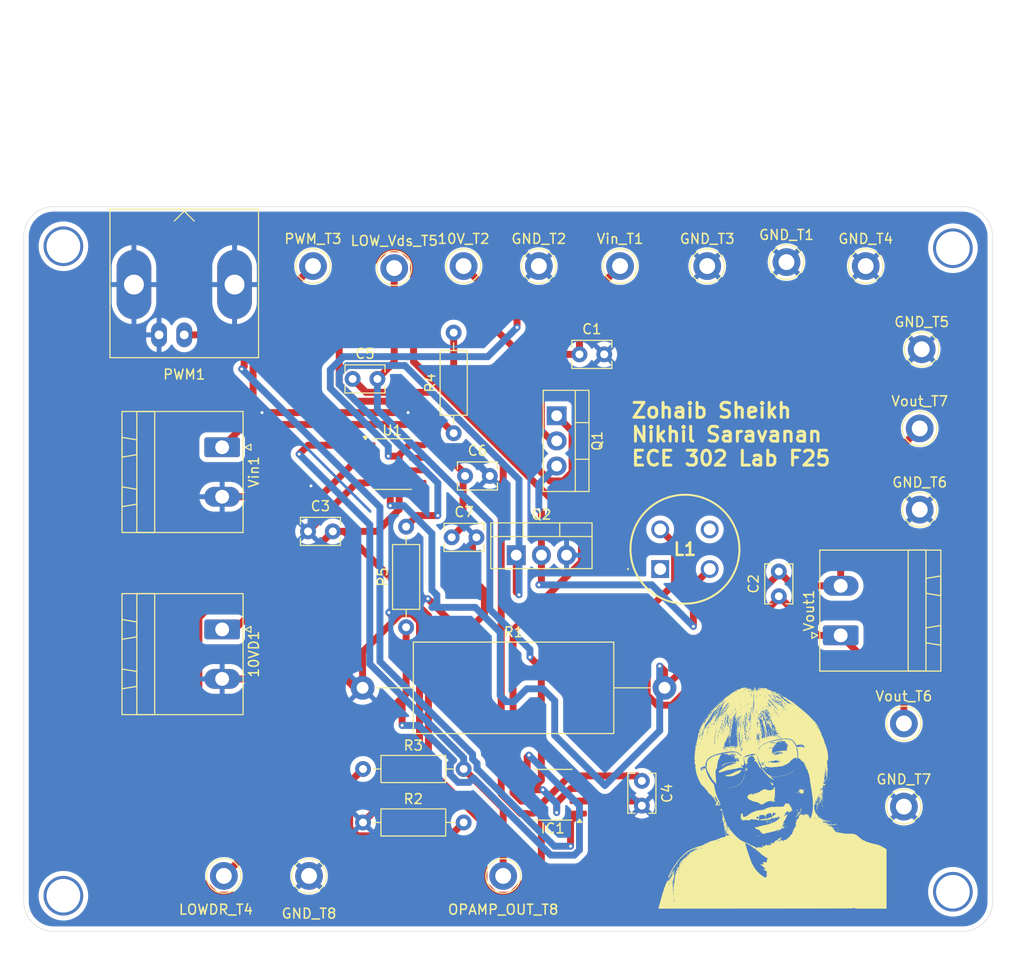
<source format=kicad_pcb>
(kicad_pcb (version 20241229) (generator "pcbnew") (generator_version "9.0")
  (layers (0 "F.Cu" signal) (2 "B.Cu" signal) (13 "F.Paste" user) (15 "B.Paste" user) (5 "F.SilkS" user "F.Silkscreen") (7 "B.SilkS" user "B.Silkscreen") (1 "F.Mask" user) (3 "B.Mask" user) (25 "Edge.Cuts" user))
  (net 0 "")
  (net 1 "GND")
  (net 2 "10V")
  (net 3 "Vin+")
  (net 4 "Vout+")
  (net 5 "Vout-")
  (net 6 "BOOT")
  (net 7 "SW")
  (net 8 "PWM")
  (net 9 "HIGHDR")
  (net 10 "LOWDR")
  (net 11 "5W")
  (net 14 "OPAMP_OUT")
  (net 15 "Net-(Q1-G)")
  (net 16 "Net-(Q2-G)")
  (net 17 "Net-(U1A--)")
  (footprint "Resistor_THT:R_Axial_DIN0207_L6.3mm_D2.5mm_P10.16mm_Horizontal" (layer "F.Cu") (at 60.85 109.6)
    (property "Reference" "R3" (at 5.08 -2.37 0) (layer "F.SilkS"))
    (property "Value" "20k")
    (pad "1" thru_hole circle (at 0 0) (size 1.6 1.6) (drill 0.8) (layers "*.Cu" "*.Mask") (net 17 "Net-(U1A--)"))
    (pad "2" thru_hole circle (at 10.16 0) (size 1.6 1.6) (drill 0.8) (layers "*.Cu" "*.Mask") (net 14 "OPAMP_OUT"))
  )
  (footprint "Connector_Phoenix_MSTB:PhoenixContact_MSTBA_2,5_2-G_1x02_P5.00mm_Horizontal" (layer "F.Cu") (at 46.6275 77.1 -90)
    (property "Reference" "Vin1" (at 2.5 -3.2 90) (layer "F.SilkS"))
    (property "Value" "Screw_Terminal_01x02")
    (pad "1" thru_hole roundrect (at 0 0 270) (size 2 3.6) (drill 1.4) (layers "*.Cu" "*.Mask") (roundrect_rratio 0.125) (net 3 "Vin+"))
    (pad "2" thru_hole oval (at 5 0 270) (size 2 3.6) (drill 1.4) (layers "*.Cu" "*.Mask") (net 1 "GND"))
  )
  (footprint "Capacitor_THT:C_Disc_D3.8mm_W2.6mm_P2.50mm" (layer "F.Cu") (at 102.8275 92.15 90)
    (property "Reference" "C2" (at 1.25 -2.55 90) (layer "F.SilkS"))
    (property "Value" "1u")
    (pad "1" thru_hole circle (at 0 0 90) (size 1.6 1.6) (drill 0.8) (layers "*.Cu" "*.Mask") (net 4 "Vout+"))
    (pad "2" thru_hole circle (at 2.5 0 90) (size 1.6 1.6) (drill 0.8) (layers "*.Cu" "*.Mask") (net 5 "Vout-"))
  )
  (footprint "Capacitor_THT:C_Disc_D3.8mm_W2.6mm_P2.50mm" (layer "F.Cu") (at 59.8 70.2)
    (property "Reference" "C5" (at 1.25 -2.55 0) (layer "F.SilkS"))
    (property "Value" "1u")
    (pad "1" thru_hole circle (at 0 0) (size 1.6 1.6) (drill 0.8) (layers "*.Cu" "*.Mask") (net 6 "BOOT"))
    (pad "2" thru_hole circle (at 2.5 0) (size 1.6 1.6) (drill 0.8) (layers "*.Cu" "*.Mask") (net 7 "SW"))
  )
  (footprint "Capacitor_THT:C_Disc_D3.8mm_W2.6mm_P2.50mm" (layer "F.Cu") (at 89 110.8 -90)
    (property "Reference" "C4" (at 1.25 -2.55 90) (layer "F.SilkS"))
    (property "Value" "1u")
    (pad "1" thru_hole circle (at 0 0 270) (size 1.6 1.6) (drill 0.8) (layers "*.Cu" "*.Mask") (net 2 "10V"))
    (pad "2" thru_hole circle (at 2.5 0 270) (size 1.6 1.6) (drill 0.8) (layers "*.Cu" "*.Mask") (net 1 "GND"))
  )
  (footprint "TestPoint:TestPoint_Keystone_5010-5014_Multipurpose" (layer "F.Cu") (at 117.05 83.4)
    (property "Reference" "GND_T6" (at 0 -2.75 0) (layer "F.SilkS"))
    (property "Value" "TestPoint")
    (pad "1" thru_hole circle (at 0 0) (size 2.8 2.8) (drill 1.6) (layers "*.Cu" "*.Mask") (net 1 "GND"))
  )
  (footprint "TestPoint:TestPoint_Keystone_5010-5014_Multipurpose" (layer "F.Cu") (at 55.8 58.8)
    (property "Reference" "PWM_T3" (at 0 -2.75 0) (layer "F.SilkS"))
    (property "Value" "TestPoint")
    (pad "1" thru_hole circle (at 0 0) (size 2.8 2.8) (drill 1.6) (layers "*.Cu" "*.Mask") (net 8 "PWM"))
  )
  (footprint "Connector_Phoenix_MSTB:PhoenixContact_MSTBA_2,5_2-G_1x02_P5.00mm_Horizontal" (layer "F.Cu") (at 109.0725 96.1 90)
    (property "Reference" "Vout1" (at 2.5 -3.2 90) (layer "F.SilkS"))
    (property "Value" "Screw_Terminal_01x02")
    (pad "1" thru_hole roundrect (at 0 0 90) (size 2 3.6) (drill 1.4) (layers "*.Cu" "*.Mask") (roundrect_rratio 0.125) (net 4 "Vout+"))
    (pad "2" thru_hole oval (at 5 0 90) (size 2 3.6) (drill 1.4) (layers "*.Cu" "*.Mask") (net 5 "Vout-"))
  )
  (footprint "TestPoint:TestPoint_Keystone_5010-5014_Multipurpose" (layer "F.Cu") (at 75 120.4)
    (property "Reference" "OPAMP_OUT_T8" (at 0 3.4 0) (layer "F.SilkS"))
    (property "Value" "TestPoint")
    (pad "1" thru_hole circle (at 0 0) (size 2.8 2.8) (drill 1.6) (layers "*.Cu" "*.Mask") (net 14 "OPAMP_OUT"))
  )
  (footprint "TestPoint:TestPoint_Keystone_5010-5014_Multipurpose" (layer "F.Cu") (at 115.45 113.4)
    (property "Reference" "GND_T7" (at 0 -2.75 0) (layer "F.SilkS"))
    (property "Value" "TestPoint")
    (pad "1" thru_hole circle (at 0 0) (size 2.8 2.8) (drill 1.6) (layers "*.Cu" "*.Mask") (net 1 "GND"))
  )
  (footprint "Resistor_THT:R_Axial_DIN0922_L20.0mm_D9.0mm_P30.48mm_Horizontal" (layer "F.Cu") (at 60.805 101.4)
    (property "Reference" "R1" (at 15.24 -5.62 0) (layer "F.SilkS"))
    (property "Value" "0.5")
    (pad "1" thru_hole circle (at 0 0) (size 2.4 2.4) (drill 1.2) (layers "*.Cu" "*.Mask") (net 1 "GND"))
    (pad "2" thru_hole circle (at 30.48 0) (size 2.4 2.4) (drill 1.2) (layers "*.Cu" "*.Mask") (net 5 "Vout-"))
  )
  (footprint "TestPoint:TestPoint_Keystone_5010-5014_Multipurpose" (layer "F.Cu") (at 103.6 58.4)
    (property "Reference" "GND_T1" (at 0 -2.75 0) (layer "F.SilkS"))
    (property "Value" "TestPoint")
    (pad "1" thru_hole circle (at 0 0) (size 2.8 2.8) (drill 1.6) (layers "*.Cu" "*.Mask") (net 1 "GND"))
  )
  (footprint "Capacitor_THT:C_Disc_D3.8mm_W2.6mm_P2.50mm" (layer "F.Cu") (at 82.7 67.72)
    (property "Reference" "C1" (at 1.25 -2.55 0) (layer "F.SilkS"))
    (property "Value" "10u")
    (pad "1" thru_hole circle (at 0 0) (size 1.6 1.6) (drill 0.8) (layers "*.Cu" "*.Mask") (net 3 "Vin+"))
    (pad "2" thru_hole circle (at 2.5 0) (size 1.6 1.6) (drill 0.8) (layers "*.Cu" "*.Mask") (net 1 "GND"))
  )
  (footprint "Connector_Phoenix_MSTB:PhoenixContact_MSTBA_2,5_2-G_1x02_P5.00mm_Horizontal" (layer "F.Cu") (at 46.6275 95.5 -90)
    (property "Reference" "10VD1" (at 2.5 -3.2 90) (layer "F.SilkS"))
    (property "Value" "Screw_Terminal_01x02")
    (pad "1" thru_hole roundrect (at 0 0 270) (size 2 3.6) (drill 1.4) (layers "*.Cu" "*.Mask") (roundrect_rratio 0.125) (net 2 "10V"))
    (pad "2" thru_hole oval (at 5 0 270) (size 2 3.6) (drill 1.4) (layers "*.Cu" "*.Mask") (net 1 "GND"))
  )
  (footprint "Package_SO:SO-8_3.9x4.9mm_P1.27mm" (layer "F.Cu") (at 63.8 78.8)
    (property "Reference" "U1" (at 0 -3.4 0) (layer "F.SilkS"))
    (property "Value" "TLV2372")
    (pad "1" smd roundrect (at -2.575 -1.905) (size 1.75 0.6) (layers "F.Cu" "F.Mask" "F.Paste") (net 14 "OPAMP_OUT"))
    (pad "2" smd roundrect (at -2.575 -0.635) (size 1.75 0.6) (layers "F.Cu" "F.Mask" "F.Paste") (net 17 "Net-(U1A--)"))
    (pad "3" smd roundrect (at -2.575 0.635) (size 1.75 0.6) (layers "F.Cu" "F.Mask" "F.Paste") (net 5 "Vout-"))
    (pad "4" smd roundrect (at -2.575 1.905) (size 1.75 0.6) (layers "F.Cu" "F.Mask" "F.Paste") (net 1 "GND"))
    (pad "5" smd roundrect (at 2.575 1.905) (size 1.75 0.6) (layers "F.Cu" "F.Mask" "F.Paste"))
    (pad "6" smd roundrect (at 2.575 0.635) (size 1.75 0.6) (layers "F.Cu" "F.Mask" "F.Paste"))
    (pad "7" smd roundrect (at 2.575 -0.635) (size 1.75 0.6) (layers "F.Cu" "F.Mask" "F.Paste"))
    (pad "8" smd roundrect (at 2.575 -1.905) (size 1.75 0.6) (layers "F.Cu" "F.Mask" "F.Paste") (net 2 "10V"))
  )
  (footprint "TestPoint:TestPoint_Keystone_5010-5014_Multipurpose" (layer "F.Cu") (at 111.6 58.8)
    (property "Reference" "GND_T4" (at 0 -2.75 0) (layer "F.SilkS"))
    (property "Value" "TestPoint")
    (pad "1" thru_hole circle (at 0 0) (size 2.8 2.8) (drill 1.6) (layers "*.Cu" "*.Mask") (net 1 "GND"))
  )
  (footprint "Graphics:TA" (layer "F.Cu") (at 101.2 110.9)
    (property "Reference" "G***" (hide yes))
    (property "Value" "LOGO" (hide yes))
  )
  (footprint "Capacitor_THT:C_Disc_D3.8mm_W2.6mm_P2.50mm" (layer "F.Cu") (at 55.3 85.6)
    (property "Reference" "C3" (at 1.25 -2.55 0) (layer "F.SilkS"))
    (property "Value" "1u")
    (pad "1" thru_hole circle (at 0 0) (size 1.6 1.6) (drill 0.8) (layers "*.Cu" "*.Mask") (net 1 "GND"))
    (pad "2" thru_hole circle (at 2.5 0) (size 1.6 1.6) (drill 0.8) (layers "*.Cu" "*.Mask") (net 2 "10V"))
  )
  (footprint "Capacitor_THT:C_Disc_D3.8mm_W2.6mm_P2.50mm" (layer "F.Cu") (at 71.15 80)
    (property "Reference" "C6" (at 1.25 -2.55 0) (layer "F.SilkS"))
    (property "Value" "10u")
    (pad "1" thru_hole circle (at 0 0) (size 1.6 1.6) (drill 0.8) (layers "*.Cu" "*.Mask") (net 3 "Vin+"))
    (pad "2" thru_hole circle (at 2.5 0) (size 1.6 1.6) (drill 0.8) (layers "*.Cu" "*.Mask") (net 1 "GND"))
  )
  (footprint "TestPoint:TestPoint_Keystone_5010-5014_Multipurpose" (layer "F.Cu") (at 64 59)
    (property "Reference" "LOW_Vds_T5" (at 0 -2.75 0) (layer "F.SilkS"))
    (property "Value" "TestPoint")
    (pad "1" thru_hole circle (at 0 0) (size 2.8 2.8) (drill 1.6) (layers "*.Cu" "*.Mask") (net 7 "SW"))
  )
  (footprint "Resistor_THT:R_Axial_DIN0207_L6.3mm_D2.5mm_P10.16mm_Horizontal" (layer "F.Cu") (at 70 75.68 90)
    (property "Reference" "R4" (at 5.08 -2.37 90) (layer "F.SilkS"))
    (property "Value" "100")
    (pad "1" thru_hole circle (at 0 0 90) (size 1.6 1.6) (drill 0.8) (layers "*.Cu" "*.Mask") (net 9 "HIGHDR"))
    (pad "2" thru_hole circle (at 10.16 0 90) (size 1.6 1.6) (drill 0.8) (layers "*.Cu" "*.Mask") (net 15 "Net-(Q1-G)"))
  )
  (footprint "TestPoint:TestPoint_Keystone_5010-5014_Multipurpose" (layer "F.Cu") (at 115.45 105)
    (property "Reference" "Vout_T6" (at 0 -2.75 0) (layer "F.SilkS"))
    (property "Value" "TestPoint")
    (pad "1" thru_hole circle (at 0 0) (size 2.8 2.8) (drill 1.6) (layers "*.Cu" "*.Mask") (net 4 "Vout+"))
  )
  (footprint "Package_SO:SO-8_3.9x4.9mm_P1.27mm" (layer "F.Cu") (at 80 112.2 180)
    (property "Reference" "IC1" (at 0 -3.4 0) (layer "F.SilkS"))
    (property "Value" "TPS2832D")
    (pad "1" smd roundrect (at -2.575 -1.905 180) (size 1.75 0.6) (layers "F.Cu" "F.Mask" "F.Paste") (net 8 "PWM"))
    (pad "2" smd roundrect (at -2.575 -0.635 180) (size 1.75 0.6) (layers "F.Cu" "F.Mask" "F.Paste") (net 1 "GND"))
    (pad "3" smd roundrect (at -2.575 0.635 180) (size 1.75 0.6) (layers "F.Cu" "F.Mask" "F.Paste") (net 7 "SW"))
    (pad "4" smd roundrect (at -2.575 1.905 180) (size 1.75 0.6) (layers "F.Cu" "F.Mask" "F.Paste") (net 2 "10V"))
    (pad "5" smd roundrect (at 2.575 1.905 180) (size 1.75 0.6) (layers "F.Cu" "F.Mask" "F.Paste") (net 10 "LOWDR"))
    (pad "6" smd roundrect (at 2.575 0.635 180) (size 1.75 0.6) (layers "F.Cu" "F.Mask" "F.Paste") (net 7 "SW"))
    (pad "7" smd roundrect (at 2.575 -0.635 180) (size 1.75 0.6) (layers "F.Cu" "F.Mask" "F.Paste") (net 9 "HIGHDR"))
    (pad "8" smd roundrect (at 2.575 -1.905 180) (size 1.75 0.6) (layers "F.Cu" "F.Mask" "F.Paste") (net 6 "BOOT"))
  )
  (footprint "TestPoint:TestPoint_Keystone_5010-5014_Multipurpose" (layer "F.Cu") (at 55.4 120.4)
    (property "Reference" "GND_T8" (at 0 3.8 0) (layer "F.SilkS"))
    (property "Value" "TestPoint")
    (pad "1" thru_hole circle (at 0 0) (size 2.8 2.8) (drill 1.6) (layers "*.Cu" "*.Mask") (net 1 "GND"))
  )
  (footprint "TestPoint:TestPoint_Keystone_5010-5014_Multipurpose" (layer "F.Cu") (at 78.6 58.8)
    (property "Reference" "GND_T2" (at 0 -2.75 0) (layer "F.SilkS"))
    (property "Value" "TestPoint")
    (pad "1" thru_hole circle (at 0 0) (size 2.8 2.8) (drill 1.6) (layers "*.Cu" "*.Mask") (net 1 "GND"))
  )
  (footprint "TestPoint:TestPoint_Keystone_5010-5014_Multipurpose" (layer "F.Cu") (at 46.8 120.4)
    (property "Reference" "LOWDR_T4" (at -0.8 3.4 0) (layer "F.SilkS"))
    (property "Value" "TestPoint")
    (pad "1" thru_hole circle (at 0 0) (size 2.8 2.8) (drill 1.6) (layers "*.Cu" "*.Mask") (net 10 "LOWDR"))
  )
  (footprint "TestPoint:TestPoint_Keystone_5010-5014_Multipurpose" (layer "F.Cu") (at 95.6 58.8)
    (property "Reference" "GND_T3" (at 0 -2.75 0) (layer "F.SilkS"))
    (property "Value" "TestPoint")
    (pad "1" thru_hole circle (at 0 0) (size 2.8 2.8) (drill 1.6) (layers "*.Cu" "*.Mask") (net 1 "GND"))
  )
  (footprint "TestPoint:TestPoint_Keystone_5010-5014_Multipurpose" (layer "F.Cu") (at 86.8 58.8)
    (property "Reference" "Vin_T1" (at 0 -2.75 0) (layer "F.SilkS"))
    (property "Value" "TestPoint")
    (pad "1" thru_hole circle (at 0 0) (size 2.8 2.8) (drill 1.6) (layers "*.Cu" "*.Mask") (net 3 "Vin+"))
  )
  (footprint "Resistor_THT:R_Axial_DIN0207_L6.3mm_D2.5mm_P10.16mm_Horizontal" (layer "F.Cu") (at 60.85 115)
    (property "Reference" "R2" (at 5.08 -2.37 0) (layer "F.SilkS"))
    (property "Value" "5k")
    (pad "1" thru_hole circle (at 0 0) (size 1.6 1.6) (drill 0.8) (layers "*.Cu" "*.Mask") (net 1 "GND"))
    (pad "2" thru_hole circle (at 10.16 0) (size 1.6 1.6) (drill 0.8) (layers "*.Cu" "*.Mask") (net 17 "Net-(U1A--)"))
  )
  (footprint "Resistor_THT:R_Axial_DIN0207_L6.3mm_D2.5mm_P10.16mm_Horizontal" (layer "F.Cu") (at 65.2 95.28 90)
    (property "Reference" "R5" (at 5.08 -2.37 90) (layer "F.SilkS"))
    (property "Value" "100")
    (pad "1" thru_hole circle (at 0 0 90) (size 1.6 1.6) (drill 0.8) (layers "*.Cu" "*.Mask") (net 10 "LOWDR"))
    (pad "2" thru_hole circle (at 10.16 0 90) (size 1.6 1.6) (drill 0.8) (layers "*.Cu" "*.Mask") (net 16 "Net-(Q2-G)"))
  )
  (footprint "TestPoint:TestPoint_Keystone_5010-5014_Multipurpose" (layer "F.Cu") (at 117.05 75.2)
    (property "Reference" "Vout_T7" (at 0 -2.75 0) (layer "F.SilkS"))
    (property "Value" "TestPoint")
    (pad "1" thru_hole circle (at 0 0) (size 2.8 2.8) (drill 1.6) (layers "*.Cu" "*.Mask") (net 5 "Vout-"))
  )
  (footprint "TestPoint:TestPoint_Keystone_5010-5014_Multipurpose" (layer "F.Cu") (at 71 58.8)
    (property "Reference" "10V_T2" (at 0 -2.75 0) (layer "F.SilkS"))
    (property "Value" "TestPoint")
    (pad "1" thru_hole circle (at 0 0) (size 2.8 2.8) (drill 1.6) (layers "*.Cu" "*.Mask") (net 2 "10V"))
  )
  (footprint "Connector_Coaxial:BNC_Amphenol_B6252HB-NPP3G-50_Horizontal" (layer "F.Cu") (at 42.8 65.75)
    (property "Reference" "PWM1" (at 0 4 0) (layer "F.SilkS"))
    (property "Value" "Conn_Coaxial")
    (pad "1" thru_hole oval (at 0 0) (size 1.6 2.5) (drill 0.89) (layers "*.Cu" "*.Mask") (net 8 "PWM"))
    (pad "2" thru_hole oval (at -5.08 -5.08) (size 3.5 7) (drill 2.01) (layers "*.Cu" "*.Mask") (net 1 "GND"))
    (pad "2" thru_hole oval (at -2.54 0) (size 1.6 2.5) (drill 0.89) (layers "*.Cu" "*.Mask") (net 1 "GND"))
    (pad "2" thru_hole oval (at 5.08 -5.08) (size 3.5 7) (drill 2.01) (layers "*.Cu" "*.Mask") (net 1 "GND"))
  )
  (footprint "Package_TO_SOT_THT:TO-220-3_Vertical" (layer "F.Cu") (at 80.4 73.92 -90)
    (property "Reference" "Q1" (at 2.54 -4.1 90) (layer "F.SilkS"))
    (property "Value" "CSD18534KCS")
    (pad "1" thru_hole rect (at 0 0 270) (size 1.905 2) (drill 1.1) (layers "*.Cu" "*.Mask") (net 15 "Net-(Q1-G)"))
    (pad "2" thru_hole oval (at 2.54 0 270) (size 1.905 2) (drill 1.1) (layers "*.Cu" "*.Mask") (net 3 "Vin+"))
    (pad "3" thru_hole oval (at 5.08 0 270) (size 1.905 2) (drill 1.1) (layers "*.Cu" "*.Mask") (net 11 "5W"))
  )
  (footprint "TestPoint:TestPoint_Keystone_5010-5014_Multipurpose" (layer "F.Cu") (at 117.25 67.2)
    (property "Reference" "GND_T5" (at 0 -2.75 0) (layer "F.SilkS"))
    (property "Value" "TestPoint")
    (pad "1" thru_hole circle (at 0 0) (size 2.8 2.8) (drill 1.6) (layers "*.Cu" "*.Mask") (net 1 "GND"))
  )
  (footprint "BuckParts:7447231101" (layer "F.Cu") (at 90.85 89.4)
    (property "Reference" "L1" (at 2.5 -2 0) (layer "F.SilkS") (effects (font (size 1.27 1.27) (thickness 0.254))))
    (property "Value" "7447231101" (hide yes))
    (pad "1" thru_hole rect (at 0 0) (size 1.8 1.8) (drill 1.2) (layers "*.Cu" "*.Mask"))
    (pad "2" thru_hole circle (at 5 0) (size 1.8 1.8) (drill 1.2) (layers "*.Cu" "*.Mask") (net 11 "5W"))
    (pad "3" thru_hole circle (at 0 -4) (size 1.8 1.8) (drill 1.2) (layers "*.Cu" "*.Mask") (net 4 "Vout+"))
    (pad "4" thru_hole circle (at 5 -4) (size 1.8 1.8) (drill 1.2) (layers "*.Cu" "*.Mask"))
  )
  (footprint "Capacitor_THT:C_Disc_D3.8mm_W2.6mm_P2.50mm" (layer "F.Cu") (at 69.8 86.2)
    (property "Reference" "C7" (at 1.25 -2.55 0) (layer "F.SilkS"))
    (property "Value" "10u")
    (pad "1" thru_hole circle (at 0 0) (size 1.6 1.6) (drill 0.8) (layers "*.Cu" "*.Mask") (net 3 "Vin+"))
    (pad "2" thru_hole circle (at 2.5 0) (size 1.6 1.6) (drill 0.8) (layers "*.Cu" "*.Mask") (net 1 "GND"))
  )
  (footprint "Package_TO_SOT_THT:TO-220-3_Vertical" (layer "F.Cu") (at 76.32 88)
    (property "Reference" "Q2" (at 2.54 -4.1 0) (layer "F.SilkS"))
    (property "Value" "CSD18534KCS")
    (pad "1" thru_hole rect (at 0 0) (size 1.905 2) (drill 1.1) (layers "*.Cu" "*.Mask") (net 16 "Net-(Q2-G)"))
    (pad "2" thru_hole oval (at 2.54 0) (size 1.905 2) (drill 1.1) (layers "*.Cu" "*.Mask") (net 11 "5W"))
    (pad "3" thru_hole oval (at 5.08 0) (size 1.905 2) (drill 1.1) (layers "*.Cu" "*.Mask") (net 1 "GND"))
  )
  (gr_line (start 124.4 55.8) (end 124.4 123) (stroke (width 0.05)) (layer "Edge.Cuts"))
  (gr_line (start 26.6 123) (end 26.6 55.8) (stroke (width 0.05)) (layer "Edge.Cuts"))
  (gr_arc (start 121.4 52.8) (mid 123.52132 53.67868) (end 124.4 55.8) (stroke (width 0.05)) (layer "Edge.Cuts"))
  (gr_line (start 29.6 52.8) (end 121.4 52.8) (stroke (width 0.05)) (layer "Edge.Cuts"))
  (gr_arc (start 124.4 123) (mid 123.52132 125.12132) (end 121.4 126) (stroke (width 0.05)) (layer "Edge.Cuts"))
  (gr_line (start 121.4 126) (end 29.6 126) (stroke (width 0.05)) (layer "Edge.Cuts"))
  (gr_arc (start 26.6 55.8) (mid 27.47868 53.67868) (end 29.6 52.8) (stroke (width 0.05)) (layer "Edge.Cuts"))
  (gr_arc (start 29.6 126) (mid 27.47868 125.12132) (end 26.6 123) (stroke (width 0.05)) (layer "Edge.Cuts"))
  (gr_text "Zohaib Sheikh\nNikhil Saravanan\nECE 302 Lab F25" (at 87.8 79.1 0) (layer "F.SilkS") (effects (font (size 1.5 1.5) (thickness 0.3) (bold yes)) (justify left bottom)))
  (via (at 120.4 122) (size 4) (drill 3.4) (layers "F.Cu" "B.Cu") (net 0))
  (via (at 30.6 122.4) (size 4) (drill 3.4) (layers "F.Cu" "B.Cu") (net 0))
  (via (at 30.6 56.8) (size 4) (drill 3.4) (layers "F.Cu" "B.Cu") (net 0))
  (via (at 120.4 57) (size 4) (drill 3.4) (layers "F.Cu" "B.Cu") (net 0))
  (segment (start 59.1 100.5) (end 46.6275 100.5) (width 0.7) (layer "F.Cu") (net 1))
  (segment (start 72.3 86.2) (end 71.9 86.6) (width 0.7) (layer "F.Cu") (net 1))
  (segment (start 60.805 101.4) (end 60 101.4) (width 0.7) (layer "F.Cu") (net 1))
  (segment (start 60 101.4) (end 59.1 100.5) (width 0.7) (layer "F.Cu") (net 1))
  (segment (start 88.535 112.835) (end 82.575 112.835) (width 0.7) (layer "F.Cu") (net 1))
  (segment (start 60.805 101.4) (end 60.805 97.764397) (width 0.7) (layer "F.Cu") (net 1))
  (segment (start 63.586 93.929) (end 64.640397 93.929) (width 0.7) (layer "F.Cu") (net 1))
  (segment (start 65.4 73.6) (end 50.652 73.6) (width 0.7) (layer "F.Cu") (net 1))
  (segment (start 73.1 93.95) (end 72.099 94.951) (width 0.7) (layer "F.Cu") (net 1))
  (segment (start 65.759603 93.929) (end 66.551 94.720397) (width 0.7) (layer "F.Cu") (net 1))
  (segment (start 60.805 97.764397) (end 64.640397 93.929) (width 0.7) (layer "F.Cu") (net 1))
  (segment (start 71.9 90.4) (end 73.1 91.6) (width 0.7) (layer "F.Cu") (net 1))
  (segment (start 89 113.3) (end 88.535 112.835) (width 0.7) (layer "F.Cu") (net 1))
  (segment (start 66.551 94.720397) (end 66.551 109.299) (width 0.7) (layer "F.Cu") (net 1))
  (segment (start 72.099 94.951) (end 69.951 94.951) (width 0.7) (layer "F.Cu") (net 1))
  (segment (start 63.457 93.8) (end 63.586 93.929) (width 0.7) (layer "F.Cu") (net 1))
  (segment (start 46.6275 82.1) (end 54.5 82.1) (width 0.7) (layer "F.Cu") (net 1))
  (segment (start 73.1 91.6) (end 73.1 93.95) (width 0.7) (layer "F.Cu") (net 1))
  (segment (start 54.5 82.1) (end 55.6 81) (width 0.7) (layer "F.Cu") (net 1))
  (segment (start 55.3 85.6) (end 60.195 80.705) (width 0.7) (layer "F.Cu") (net 1))
  (segment (start 64.640397 93.929) (end 65.759603 93.929) (width 0.7) (layer "F.Cu") (net 1))
  (segment (start 71.9 86.6) (end 71.9 90.4) (width 0.7) (layer "F.Cu") (net 1))
  (segment (start 60.195 80.705) (end 61.225 80.705) (width 0.7) (layer "F.Cu") (net 1))
  (segment (start 66.551 109.299) (end 60.85 115) (width 0.7) (layer "F.Cu") (net 1))
  (segment (start 69.951 94.951) (end 67.4 92.4) (width 0.7) (layer "F.Cu") (net 1))
  (via (at 50.652 73.6) (size 0.6) (drill 0.3) (layers "F.Cu" "B.Cu") (net 1))
  (via (at 63.457 93.8) (size 0.6) (drill 0.3) (layers "F.Cu" "B.Cu") (net 1))
  (via (at 67.4 92.4) (size 0.6) (drill 0.3) (layers "F.Cu" "B.Cu") (net 1))
  (via (at 55.6 81) (size 0.6) (drill 0.3) (layers "F.Cu" "B.Cu") (net 1))
  (via (at 65.4 73.6) (size 0.6) (drill 0.3) (layers "F.Cu" "B.Cu") (net 1))
  (segment (start 70.681 77.031) (end 68.831 77.031) (width 0.7) (layer "B.Cu") (net 1))
  (segment (start 55.6 81) (end 55.6 85.3) (width 0.7) (layer "B.Cu") (net 1))
  (segment (start 73.65 80) (end 70.681 77.031) (width 0.7) (layer "B.Cu") (net 1))
  (segment (start 50.652 76.052) (end 55.6 81) (width 0.7) (layer "B.Cu") (net 1))
  (segment (start 55.6 85.3) (end 55.3 85.6) (width 0.7) (layer "B.Cu") (net 1))
  (segment (start 50.652 73.6) (end 50.652 76.052) (width 0.7) (layer "B.Cu") (net 1))
  (segment (start 64.857 92.4) (end 63.457 93.8) (width 0.7) (layer "B.Cu") (net 1))
  (segment (start 67.4 92.4) (end 64.857 92.4) (width 0.7) (layer "B.Cu") (net 1))
  (segment (start 68.831 77.031) (end 65.4 73.6) (width 0.7) (layer "B.Cu") (net 1))
  (segment (start 64.501 77.894001) (end 64.501 83.373206) (width 0.7) (layer "F.Cu") (net 2))
  (segment (start 78.851 119.308131) (end 78.851 113.144001) (width 0.7) (layer "F.Cu") (net 2))
  (segment (start 66.375 76.895) (end 65.500001 76.895) (width 0.7) (layer "F.Cu") (net 2))
  (segment (start 89 110.8) (end 88.495 110.295) (width 0.7) (layer "F.Cu") (net 2))
  (segment (start 73.049 115.128397) (end 73.049 121.208131) (width 0.7) (layer "F.Cu") (net 2))
  (segment (start 58.93137 85.6) (end 67.452 94.12063) (width 0.7) (layer "F.Cu") (net 2))
  (segment (start 75.808131 122.351) (end 78.851 119.308131) (width 0.7) (layer "F.Cu") (net 2))
  (segment (start 64.395001 78) (end 64.501 77.894001) (width 0.7) (layer "F.Cu") (net 2))
  (segment (start 64.501 83.373206) (end 62.274206 85.6) (width 0.7) (layer "F.Cu") (net 2))
  (segment (start 81.700001 110.295) (end 82.575 110.295) (width 0.7) (layer "F.Cu") (net 2))
  (segment (start 74.191869 122.351) (end 75.808131 122.351) (width 0.7) (layer "F.Cu") (net 2))
  (segment (start 73.049 121.208131) (end 74.191869 122.351) (width 0.7) (layer "F.Cu") (net 2))
  (segment (start 65.500001 76.895) (end 64.501 77.894001) (width 0.7) (layer "F.Cu") (net 2))
  (segment (start 76.4 64.2) (end 76.4 65) (width 0.7) (layer "F.Cu") (net 2))
  (segment (start 47.9 95.5) (end 57.8 85.6) (width 0.7) (layer "F.Cu") (net 2))
  (segment (start 67.452 109.531397) (end 73.049 115.128397) (width 0.7) (layer "F.Cu") (net 2))
  (segment (start 46.6275 95.5) (end 47.9 95.5) (width 0.7) (layer "F.Cu") (net 2))
  (segment (start 57.8 85.6) (end 58.93137 85.6) (width 0.7) (layer "F.Cu") (net 2))
  (segment (start 62.274206 85.6) (end 58.93137 85.6) (width 0.7) (layer "F.Cu") (net 2))
  (segment (start 88.495 110.295) (end 82.575 110.295) (width 0.7) (layer "F.Cu") (net 2))
  (segment (start 71 58.8) (end 76.4 64.2) (width 0.7) (layer "F.Cu") (net 2))
  (segment (start 63.4 78) (end 64.395001 78) (width 0.7) (layer "F.Cu") (net 2))
  (segment (start 78.851 113.144001) (end 81.700001 110.295) (width 0.7) (layer "F.Cu") (net 2))
  (segment (start 67.452 94.12063) (end 67.452 109.531397) (width 0.7) (layer "F.Cu") (net 2))
  (via (at 76.4 65) (size 0.6) (drill 0.3) (layers "F.Cu" "B.Cu") (net 2))
  (via (at 63.4 78) (size 0.6) (drill 0.3) (layers "F.Cu" "B.Cu") (net 2))
  (segment (start 57.548001 71.13281) (end 63.4 76.984809) (width 0.7) (layer "B.Cu") (net 2))
  (segment (start 63.4 76.984809) (end 63.4 78) (width 0.7) (layer "B.Cu") (net 2))
  (segment (start 73.451999 67.948001) (end 58.86719 67.948001) (width 0.7) (layer "B.Cu") (net 2))
  (segment (start 57.548 69.267191) (end 57.548001 71.13281) (width 0.7) (layer "B.Cu") (net 2))
  (segment (start 76.4 65) (end 73.451999 67.948001) (width 0.7) (layer "B.Cu") (net 2))
  (segment (start 58.86719 67.948001) (end 57.548 69.267191) (width 0.7) (layer "B.Cu") (net 2))
  (segment (start 82.7 62.9) (end 86.8 58.8) (width 0.7) (layer "F.Cu") (net 3))
  (segment (start 70.95 85.05) (end 70.95 80.2) (width 0.7) (layer "F.Cu") (net 3))
  (segment (start 46.6275 77.1) (end 48.9275 74.8) (width 0.7) (layer "F.Cu") (net 3))
  (segment (start 48.9275 74.8) (end 66.150522 74.8) (width 0.7) (layer "F.Cu") (net 3))
  (segment (start 49.751 73.9765) (end 48.9275 74.8) (width 0.7) (layer "F.Cu") (net 3))
  (segment (start 65.181337 56.148) (end 62.252 56.148) (width 0.7) (layer "F.Cu") (net 3))
  (segment (start 49.751 68.649) (end 49.751 73.9765) (width 0.7) (layer "F.Cu") (net 3))
  (segment (start 69.8 86.2) (end 70.95 85.05) (width 0.7) (layer "F.Cu") (net 3))
  (segment (start 78.849 69.815663) (end 65.181337 56.148) (width 0.7) (layer "F.Cu") (net 3))
  (segment (start 79.8855 76.46) (end 78.849 75.4235) (width 0.7) (layer "F.Cu") (net 3))
  (segment (start 71.15 79.799478) (end 71.15 80) (width 0.7) (layer "F.Cu") (net 3))
  (segment (start 80.4 76.46) (end 79.8855 76.46) (width 0.7) (layer "F.Cu") (net 3))
  (segment (start 62.252 56.148) (end 49.751 68.649) (width 0.7) (layer "F.Cu") (net 3))
  (segment (start 78.849 75.4235) (end 78.849 69.815663) (width 0.7) (layer "F.Cu") (net 3))
  (segment (start 66.150522 74.8) (end 71.15 79.799478) (width 0.7) (layer "F.Cu") (net 3))
  (segment (start 82.7 67.72) (end 82.7 62.9) (width 0.7) (layer "F.Cu") (net 3))
  (segment (start 80.944663 67.72) (end 78.849 69.815663) (width 0.7) (layer "F.Cu") (net 3))
  (segment (start 82.7 67.72) (end 80.944663 67.72) (width 0.7) (layer "F.Cu") (net 3))
  (segment (start 70.95 80.2) (end 71.15 80) (width 0.7) (layer "F.Cu") (net 3))
  (segment (start 92.301 86.851) (end 90.85 85.4) (width 0.7) (layer "F.Cu") (net 4))
  (segment (start 109.0725 96.1) (end 115.45 102.4775) (width 0.7) (layer "F.Cu") (net 4))
  (segment (start 92.301 90.851) (end 92.301 86.851) (width 0.7) (layer "F.Cu") (net 4))
  (segment (start 102.8275 92.15) (end 102.8275 92.333788) (width 0.7) (layer "F.Cu") (net 4))
  (segment (start 89.534 93.618) (end 92.301 90.851) (width 0.7) (layer "F.Cu") (net 4))
  (segment (start 90.559712 103.151) (end 89.534 102.125288) (width 0.7) (layer "F.Cu") (net 4))
  (segment (start 102.8275 92.333788) (end 92.010288 103.151) (width 0.7) (layer "F.Cu") (net 4))
  (segment (start 92.010288 103.151) (end 90.559712 103.151) (width 0.7) (layer "F.Cu") (net 4))
  (segment (start 89.534 102.125288) (end 89.534 93.618) (width 0.7) (layer "F.Cu") (net 4))
  (segment (start 106.7775 96.1) (end 102.8275 92.15) (width 0.7) (layer "F.Cu") (net 4))
  (segment (start 115.45 102.4775) (end 115.45 105) (width 0.7) (layer "F.Cu") (net 4))
  (segment (start 109.0725 96.1) (end 106.7775 96.1) (width 0.7) (layer "F.Cu") (net 4))
  (segment (start 63.6 81.209478) (end 61.825522 79.435) (width 0.7) (layer "F.Cu") (net 5))
  (segment (start 63.6 83) (end 63.6 81.209478) (width 0.7) (layer "F.Cu") (net 5))
  (segment (start 61.825522 79.435) (end 61.225 79.435) (width 0.7) (layer "F.Cu") (net 5))
  (segment (start 102.8275 89.8575) (end 102.8275 89.65) (width 0.7) (layer "F.Cu") (net 5))
  (segment (start 109.0725 91.1) (end 104.2775 91.1) (width 0.7) (layer "F.Cu") (net 5))
  (segment (start 91.285 101.4) (end 91.285 99.685) (width 0.7) (layer "F.Cu") (net 5))
  (segment (start 109.0725 91.1) (end 109.0725 83.1775) (width 0.7) (layer "F.Cu") (net 5))
  (segment (start 91.285 99.685) (end 90.8 99.2) (width 0.7) (layer "F.Cu") (net 5))
  (segment (start 91.285 101.4) (end 102.8275 89.8575) (width 0.7) (layer "F.Cu") (net 5))
  (segment (start 109.0725 83.1775) (end 117.05 75.2) (width 0.7) (layer "F.Cu") (net 5))
  (segment (start 104.2775 91.1) (end 102.8275 89.65) (width 0.7) (layer "F.Cu") (net 5))
  (via (at 90.8 99.2) (size 0.6) (drill 0.3) (layers "F.Cu" "B.Cu") (net 5))
  (via (at 63.6 83) (size 0.6) (drill 0.3) (layers "F.Cu" "B.Cu") (net 5))
  (segment (start 79 101.5) (end 77.374206 101.5) (width 0.7) (layer "B.Cu") (net 5))
  (segment (start 75.326793 102.800999) (end 74.699 102.173206) (width 0.7) (layer "B.Cu") (net 5))
  (segment (start 85.264895 111.264895) (end 80.2 106.2) (width 0.7) (layer "B.Cu") (net 5))
  (segment (start 77.374206 101.5) (end 76.073207 102.800999) (width 0.7) (layer "B.Cu") (net 5))
  (segment (start 90.8 105.72979) (end 85.264895 111.264895) (width 0.7) (layer "B.Cu") (net 5))
  (segment (start 64.990603 83) (end 63.6 83) (width 0.7) (layer "B.Cu") (net 5))
  (segment (start 90.8 99.2) (end 90.8 105.72979) (width 0.7) (layer "B.Cu") (net 5))
  (segment (start 67.8 91.525794) (end 67.8 85.809397) (width 0.7) (layer "B.Cu") (net 5))
  (segment (start 68.301 92.026794) (end 67.8 91.525794) (width 0.7) (layer "B.Cu") (net 5))
  (segment (start 72.174206 93.274206) (end 67.8 93.274206) (width 0.7) (layer "B.Cu") (net 5))
  (segment (start 76.073207 102.800999) (end 75.326793 102.800999) (width 0.7) (layer "B.Cu") (net 5))
  (segment (start 74.699 102.173206) (end 74.699 95.799) (width 0.7) (layer "B.Cu") (net 5))
  (segment (start 67.8 93.274206) (end 68.301 92.773206) (width 0.7) (layer "B.Cu") (net 5))
  (segment (start 80.2 102.7) (end 79 101.5) (width 0.7) (layer "B.Cu") (net 5))
  (segment (start 68.301 92.773206) (end 68.301 92.026794) (width 0.7) (layer "B.Cu") (net 5))
  (segment (start 74.699 95.799) (end 72.174206 93.274206) (width 0.7) (layer "B.Cu") (net 5))
  (segment (start 67.8 85.809397) (end 64.990603 83) (width 0.7) (layer "B.Cu") (net 5))
  (segment (start 80.2 106.2) (end 80.2 102.7) (width 0.7) (layer "B.Cu") (net 5))
  (segment (start 74.801 112.116794) (end 74.801 80.759603) (width 0.7) (layer "F.Cu") (net 6))
  (segment (start 76.789206 114.105) (end 74.801 112.116794) (width 0.7) (layer "F.Cu") (net 6))
  (segment (start 75.001 78.770397) (end 67.781603 71.551) (width 0.7) (layer "F.Cu") (net 6))
  (segment (start 75.001 80.559603) (end 75.001 78.770397) (width 0.7) (layer "F.Cu") (net 6))
  (segment (start 61.151 71.551) (end 59.8 70.2) (width 0.7) (layer "F.Cu") (net 6))
  (segment (start 74.801 80.759603) (end 75.001 80.559603) (width 0.7) (layer "F.Cu") (net 6))
  (segment (start 67.781603 71.551) (end 61.151 71.551) (width 0.7) (layer "F.Cu") (net 6))
  (segment (start 77.425 114.105) (end 76.789206 114.105) (width 0.7) (layer "F.Cu") (net 6))
  (segment (start 79 111.7) (end 77.56 111.7) (width 0.7) (layer "F.Cu") (net 7))
  (segment (start 64 68.5) (end 62.3 70.2) (width 0.7) (layer "F.Cu") (net 7))
  (segment (start 64 59) (end 64 68.5) (width 0.7) (layer "F.Cu") (net 7))
  (segment (start 78.851 99.451) (end 77.7 98.3) (width 0.7) (layer "F.Cu") (net 7))
  (segment (start 78.025522 111.565) (end 78.851 110.739522) (width 0.7) (layer "F.Cu") (net 7))
  (segment (start 81.835001 111.565) (end 80.4 113.000001) (width 0.7) (layer "F.Cu") (net 7))
  (segment (start 77.56 111.7) (end 77.425 111.565) (width 0.7) (layer "F.Cu") (net 7))
  (segment (start 78.851 110.739522) (end 78.851 99.451) (width 0.7) (layer "F.Cu") (net 7))
  (segment (start 80.4 113.000001) (end 80.4 114) (width 0.7) (layer "F.Cu") (net 7))
  (segment (start 77.425 111.565) (end 78.025522 111.565) (width 0.7) (layer "F.Cu") (net 7))
  (segment (start 82.575 111.565) (end 81.835001 111.565) (width 0.7) (layer "F.Cu") (net 7))
  (via (at 79 111.7) (size 0.6) (drill 0.3) (layers "F.Cu" "B.Cu") (net 7))
  (via (at 80.4 114) (size 0.6) (drill 0.3) (layers "F.Cu" "B.Cu") (net 7))
  (via (at 77.7 98.3) (size 0.6) (drill 0.3) (layers "F.Cu" "B.Cu") (net 7))
  (segment (start 77.7 98.3) (end 77.7 97.525794) (width 0.7) (layer "B.Cu") (net 7))
  (segment (start 73.651 93.476794) (end 73.651 84.650999) (width 0.7) (layer "B.Cu") (net 7))
  (segment (start 80.4 113.1) (end 79 111.7) (width 0.7) (layer "B.Cu") (net 7))
  (segment (start 80.4 114) (end 80.4 113.1) (width 0.7) (layer "B.Cu") (net 7))
  (segment (start 62.3 73.299999) (end 62.3 70.2) (width 0.7) (layer "B.Cu") (net 7))
  (segment (start 73.651 84.650999) (end 62.3 73.299999) (width 0.7) (layer "B.Cu") (net 7))
  (segment (start 77.7 97.525794) (end 73.651 93.476794) (width 0.7) (layer "B.Cu") (net 7))
  (segment (start 81.8 114.88) (end 82.575 114.105) (width 0.7) (layer "F.Cu") (net 8))
  (segment (start 48.85 65.75) (end 48.85 68.95) (width 0.7) (layer "F.Cu") (net 8))
  (segment (start 81.8 117.4) (end 81.8 114.88) (width 0.7) (layer "F.Cu") (net 8))
  (segment (start 48.85 65.75) (end 42.8 65.75) (width 0.7) (layer "F.Cu") (net 8))
  (segment (start 48.85 68.95) (end 48.6 69.2) (width 0.7) (layer "F.Cu") (net 8))
  (segment (start 55.8 58.8) (end 48.85 65.75) (width 0.7) (layer "F.Cu") (net 8))
  (via (at 48.6 69.2) (size 0.6) (drill 0.3) (layers "F.Cu" "B.Cu") (net 8))
  (via (at 81.8 117.4) (size 0.6) (drill 0.3) (layers "F.Cu" "B.Cu") (net 8))
  (segment (start 62.556 83.156) (end 62.556 98.740424) (width 0.7) (layer "B.Cu") (net 8))
  (segment (start 72.383508 109.609302) (end 80.174205 117.399999) (width 0.7) (layer "B.Cu") (net 8))
  (segment (start 80.174205 117.399999) (end 81.8 117.4) (width 0.7) (layer "B.Cu") (net 8))
  (segment (start 71.910999 108.590396) (end 72.361 109.040397) (width 0.7) (layer "B.Cu") (net 8))
  (segment (start 71.911 108.095424) (end 71.910999 108.590396) (width 0.7) (layer "B.Cu") (net 8))
  (segment (start 72.361 109.040397) (end 72.361 109.609301) (width 0.7) (layer "B.Cu") (net 8))
  (segment (start 48.6 69.2) (end 62.556 83.156) (width 0.7) (layer "B.Cu") (net 8))
  (segment (start 72.361 109.609301) (end 72.383508 109.609302) (width 0.7) (layer "B.Cu") (net 8))
  (segment (start 62.556 98.740424) (end 71.911 108.095424) (width 0.7) (layer "B.Cu") (net 8))
  (segment (start 58.449 70.759603) (end 60.141397 72.452) (width 0.7) (layer "F.Cu") (net 9))
  (segment (start 65.951 58.191869) (end 64.808131 57.049) (width 0.7) (layer "F.Cu") (net 9))
  (segment (start 65.951 68.446191) (end 65.951 58.191869) (width 0.7) (layer "F.Cu") (net 9))
  (segment (start 66.772 72.452) (end 70 75.68) (width 0.7) (layer "F.Cu") (net 9))
  (segment (start 63.191869 57.049) (end 58.449 61.791869) (width 0.7) (layer "F.Cu") (net 9))
  (segment (start 58.449 61.791869) (end 58.449 70.759603) (width 0.7) (layer "F.Cu") (net 9))
  (segment (start 82.9035 88.67027) (end 82.9035 85.398691) (width 0.7) (layer "F.Cu") (net 9))
  (segment (start 82.9035 85.398691) (end 65.951 68.446191) (width 0.7) (layer "F.Cu") (net 9))
  (segment (start 64.808131 57.049) (end 63.191869 57.049) (width 0.7) (layer "F.Cu") (net 9))
  (segment (start 75.999 112.009522) (end 75.999 95.57477) (width 0.7) (layer "F.Cu") (net 9))
  (segment (start 77.425 112.835) (end 76.824478 112.835) (width 0.7) (layer "F.Cu") (net 9))
  (segment (start 60.141397 72.452) (end 66.772 72.452) (width 0.7) (layer "F.Cu") (net 9))
  (segment (start 75.999 95.57477) (end 82.9035 88.67027) (width 0.7) (layer "F.Cu") (net 9))
  (segment (start 76.824478 112.835) (end 75.999 112.009522) (width 0.7) (layer "F.Cu") (net 9))
  (segment (start 64.8 102.6) (end 64.7 102.5) (width 0.7) (layer "F.Cu") (net 10))
  (segment (start 65.2 102) (end 64.7 102.5) (width 0.7) (layer "F.Cu") (net 10))
  (segment (start 64.7 102.5) (end 46.8 120.4) (width 0.7) (layer "F.Cu") (net 10))
  (segment (start 65.2 95.28) (end 65.2 102) (width 0.7) (layer "F.Cu") (net 10))
  (segment (start 77.425 108.375) (end 77.6 108.2) (width 0.7) (layer "F.Cu") (net 10))
  (segment (start 64.8 105.2) (end 64.8 102.6) (width 0.7) (layer "F.Cu") (net 10))
  (segment (start 77.425 110.295) (end 77.425 108.375) (width 0.7) (layer "F.Cu") (net 10))
  (via (at 64.8 105.2) (size 0.6) (drill 0.3) (layers "F.Cu" "B.Cu") (net 10))
  (via (at 77.6 108.2) (size 0.6) (drill 0.3) (layers "F.Cu" "B.Cu") (net 10))
  (segment (start 70.450397 110.951) (end 69.659 110.159603) (width 0.7) (layer "B.Cu") (net 10))
  (segment (start 71.569603 110.951) (end 70.450397 110.951) (width 0.7) (layer "B.Cu") (net 10))
  (segment (start 77.6 108.2) (end 82.700999 113.300999) (width 0.7) (layer "B.Cu") (net 10))
  (segment (start 82.700999 113.300999) (end 82.700999 117.773207) (width 0.7) (layer "B.Cu") (net 10))
  (segment (start 69.98328 108.716116) (end 66.467164 105.2) (width 0.7) (layer "B.Cu") (net 10))
  (segment (start 79.800999 118.300999) (end 72.010301 110.510301) (width 0.7) (layer "B.Cu") (net 10))
  (segment (start 69.659 109.040397) (end 69.98328 108.716116) (width 0.7) (layer "B.Cu") (net 10))
  (segment (start 69.659 110.159603) (end 69.659 109.040397) (width 0.7) (layer "B.Cu") (net 10))
  (segment (start 72.010301 110.510301) (end 71.569603 110.951) (width 0.7) (layer "B.Cu") (net 10))
  (segment (start 82.173207 118.300999) (end 79.800999 118.300999) (width 0.7) (layer "B.Cu") (net 10))
  (segment (start 66.467164 105.2) (end 64.8 105.2) (width 0.7) (layer "B.Cu") (net 10))
  (segment (start 82.700999 117.773207) (end 82.173207 118.300999) (width 0.7) (layer "B.Cu") (net 10))
  (segment (start 94.2 95.2) (end 94.2 91.05) (width 0.7) (layer "F.Cu") (net 11))
  (segment (start 94.2 91.05) (end 95.85 89.4) (width 0.7) (layer "F.Cu") (net 11))
  (segment (start 78.86 90.74) (end 78.6 91) (width 0.7) (layer "F.Cu") (net 11))
  (segment (start 78.86 88) (end 78.86 83.66) (width 0.7) (layer "F.Cu") (net 11))
  (segment (start 78.86 83.66) (end 78.6 83.4) (width 0.7) (layer "F.Cu") (net 11))
  (segment (start 78.86 88) (end 78.86 90.74) (width 0.7) (layer "F.Cu") (net 11))
  (via (at 78.6 91) (size 0.6) (drill 0.3) (layers "F.Cu" "B.Cu") (net 11))
  (via (at 94.2 95.2) (size 0.6) (drill 0.3) (layers "F.Cu" "B.Cu") (net 11))
  (via (at 78.6 83.4) (size 0.6) (drill 0.3) (layers "F.Cu" "B.Cu") (net 11))
  (segment (start 78.6 91) (end 90 91) (width 0.7) (layer "B.Cu") (net 11))
  (segment (start 78.6 80.8) (end 80.4 79) (width 0.7) (layer "B.Cu") (net 11))
  (segment (start 90 91) (end 94.2 95.2) (width 0.7) (layer "B.Cu") (net 11))
  (segment (start 78.6 83.4) (end 78.6 80.8) (width 0.7) (layer "B.Cu") (net 11))
  (segment (start 75 120.4) (end 75 113.59) (width 0.7) (layer "F.Cu") (net 14))
  (segment (start 75 113.59) (end 71.01 109.6) (width 0.7) (layer "F.Cu") (net 14))
  (segment (start 61.225 76.895) (end 55.305 76.895) (width 0.7) (layer "F.Cu") (net 14))
  (segment (start 55.305 76.895) (end 54.4 77.8) (width 0.7) (layer "F.Cu") (net 14))
  (via (at 54.4 77.8) (size 0.6) (drill 0.3) (layers "F.Cu" "B.Cu") (net 14))
  (segment (start 61.530288 98.988918) (end 71.01 108.46863) (width 0.7) (layer "B.Cu") (net 14))
  (segment (start 54.4 77.8) (end 61.530288 84.930288) (width 0.7) (layer "B.Cu") (net 14))
  (segment (start 71.01 108.46863) (end 71.01 109.6) (width 0.7) (layer "B.Cu") (net 14))
  (segment (start 61.530288 84.930288) (end 61.530288 98.988918) (width 0.7) (layer "B.Cu") (net 14))
  (segment (start 81.951 79.62277) (end 81.951 75.471) (width 0.7) (layer "F.Cu") (net 15))
  (segment (start 81.07027 80.5035) (end 81.951 79.62277) (width 0.7) (layer "F.Cu") (net 15))
  (segment (start 70 65.52) (end 70 70.77377) (width 0.7) (layer "F.Cu") (net 15))
  (segment (start 70 70.77377) (end 79.72973 80.5035) (width 0.7) (layer "F.Cu") (net 15))
  (segment (start 81.951 75.471) (end 80.4 73.92) (width 0.7) (layer "F.Cu") (net 15))
  (segment (start 79.72973 80.5035) (end 81.07027 80.5035) (width 0.7) (layer "F.Cu") (net 15))
  (segment (start 76.32 88) (end 76.32 91.72) (width 0.7) (layer "F.Cu") (net 16))
  (segment (start 76.32 91.72) (end 76.6 92) (width 0.7) (layer "F.Cu") (net 16))
  (segment (start 68.4 84) (end 66.32 84) (width 0.7) (layer "F.Cu") (net 16))
  (segment (start 66.32 84) (end 65.2 85.12) (width 0.7) (layer "F.Cu") (net 16))
  (via (at 76.6 92) (size 0.6) (drill 0.3) (layers "F.Cu" "B.Cu") (net 16))
  (via (at 68.4 84) (size 0.6) (drill 0.3) (layers "F.Cu" "B.Cu") (net 16))
  (segment (start 76.6 92) (end 76.6 80.369397) (width 0.7) (layer "B.Cu") (net 16))
  (segment (start 65.079603 68.849) (end 59.240397 68.849) (width 0.7) (layer "B.Cu") (net 16))
  (segment (start 58.449 69.640397) (end 58.449 70.759603) (width 0.7) (layer "B.Cu") (net 16))
  (segment (start 58.449 70.759603) (end 68.4 80.710603) (width 0.7) (layer "B.Cu") (net 16))
  (segment (start 59.240397 68.849) (end 58.449 69.640397) (width 0.7) (layer "B.Cu") (net 16))
  (segment (start 68.4 80.710603) (end 68.4 84) (width 0.7) (layer "B.Cu") (net 16))
  (segment (start 76.6 80.369397) (end 65.079603 68.849) (width 0.7) (layer "B.Cu") (net 16))
  (segment (start 60.435 78.165) (end 61.225 78.165) (width 0.7) (layer "F.Cu") (net 17))
  (segment (start 48.099 122.351) (end 45.991869 122.351) (width 0.7) (layer "F.Cu") (net 17))
  (segment (start 60.85 109.6) (end 59.499 110.951) (width 0.7) (layer "F.Cu") (net 17))
  (segment (start 44.2765 94.3235) (end 60.435 78.165) (width 0.7) (layer "F.Cu") (net 17))
  (segment (start 44.2765 120.635631) (end 44.2765 94.3235) (width 0.7) (layer "F.Cu") (net 17))
  (segment (start 59.499 110.951) (end 59.499 115.559603) (width 0.7) (layer "F.Cu") (net 17))
  (segment (start 45.991869 122.351) (end 44.2765 120.635631) (width 0.7) (layer "F.Cu") (net 17))
  (segment (start 69.659 116.351) (end 71.01 115) (width 0.7) (layer "F.Cu") (net 17))
  (segment (start 60.85 109.6) (end 48.099 122.351) (width 0.7) (layer "F.Cu") (net 17))
  (segment (start 60.290397 116.351) (end 69.659 116.351) (width 0.7) (layer "F.Cu") (net 17))
  (segment (start 59.499 115.559603) (end 60.290397 116.351) (width 0.7) (layer "F.Cu") (net 17))
  (zone (net 1) (net_name "GND") (layer "B.Cu") (connect_pads (clearance 0.5)) (min_thickness 0.25) (fill yes (thermal_gap 0.5) (thermal_bridge_width 0.5))
    (polygon (pts (xy 24.2 49.6) (xy 25.2 129) (xy 127.6 127) (xy 126.6 51.4)))
  )
)
</source>
